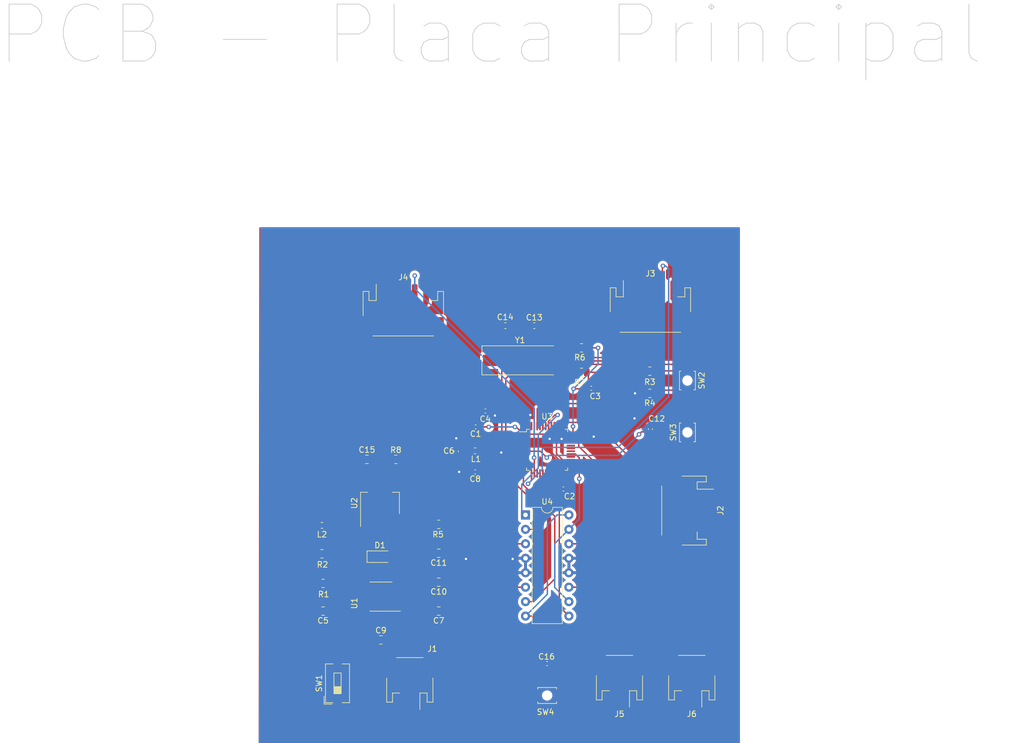
<source format=kicad_pcb>
(kicad_pcb (version 20211014) (generator pcbnew)
  (layers (0 "F.Cu" signal) (31 "B.Cu" signal) (34 "B.Paste" user) (35 "F.Paste" user) (36 "B.SilkS" user "B.Silkscreen") (37 "F.SilkS" user "F.Silkscreen") (38 "B.Mask" user) (39 "F.Mask" user) (44 "Edge.Cuts" user))
  (net 0 "")
  (net 1 "+3.3V")
  (net 2 "GND")
  (net 3 "+12V")
  (net 4 "Net-(C7-Pad2)")
  (net 5 "+3.3VA")
  (net 6 "Net-(C9-Pad1)")
  (net 7 "Net-(C9-Pad2)")
  (net 8 "+5V")
  (net 9 "Net-(C12-Pad1)")
  (net 10 "/RCC_OSC_In ")
  (net 11 "/RCC_OSC_Out")
  (net 12 "/Interruption_Rotation")
  (net 13 "Net-(J1-Pad1)")
  (net 14 "/SYS_JTMS_SWDIO")
  (net 15 "/SYS_JTMS_SWCLK")
  (net 16 "/SDA 1")
  (net 17 "/SCL 1")
  (net 18 "/INT_MPU6050_1")
  (net 19 "/INT_MPU6050_2")
  (net 20 "Net-(J5-Pad1)")
  (net 21 "Net-(J5-Pad2)")
  (net 22 "Net-(J6-Pad1)")
  (net 23 "Net-(J6-Pad2)")
  (net 24 "Net-(R1-Pad2)")
  (net 25 "Net-(R3-Pad2)")
  (net 26 "/BOOT_0")
  (net 30 "/DIR_ROT")
  (net 31 "/ESQ_ROT")
  (net 33 "/TIM3_PWM")
  (net 38 "/SCL 2")
  (net 39 "/SDA 2")
  (net 44 "/ESQ_ROT2")
  (net 45 "/DIR_ROT2")
  (net 53 "/TIM4_PWM")
  (footprint "Capacitor_SMD:C_0402_1005Metric" (layer "F.Cu") (at 140.2225 104.225 180)
    (fp_text reference "C8")
    (fp_text value "100n" hide)
  )
  (footprint "Capacitor_SMD:C_0402_1005Metric" (layer "F.Cu") (at 155.7025 107.225 180)
    (fp_text reference "C2")
    (fp_text value "100n" hide)
  )
  (footprint "Resistor_SMD:R_0805_2012Metric" (layer "F.Cu") (at 113.3025 118.625)
    (fp_text reference "R2")
    (fp_text value "274K" hide)
  )
  (footprint "Resistor_SMD:R_0805_2012Metric" (layer "F.Cu") (at 158.9025 82.425)
    (fp_text reference "R6")
    (fp_text value "4K7" hide)
  )
  (footprint "Resistor_SMD:R_0805_2012Metric" (layer "F.Cu") (at 113.5025 123.825)
    (fp_text reference "R1")
    (fp_text value "1M" hide)
  )
  (footprint "Resistor_SMD:R_0805_2012Metric" (layer "F.Cu") (at 133.8225 113.445)
    (fp_text reference "R5")
    (fp_text value "330" hide)
  )
  (footprint "Capacitor_SMD:C_0805_2012Metric" (layer "F.Cu") (at 123.6625 133.765)
    (fp_text reference "C9")
    (fp_text value "100n" hide)
  )
  (footprint "Resistor_SMD:R_0805_2012Metric" (layer "F.Cu") (at 158.9025 86.725)
    (fp_text reference "R7")
    (fp_text value "4k7" hide)
  )
  (footprint "Connector_JST:JST_PH_S2B-PH-SM4-TB_1x02-1MP_P2.00mm_Horizontal" (layer "F.Cu") (at 178.2625 140.985 180)
    (fp_text reference "J6")
    (fp_text value "Conn_01x02")
  )
  (footprint "Inductor_SMD:L_0603_1608Metric" (layer "F.Cu") (at 113.3025 113.625)
    (fp_text reference "L2")
    (fp_text value "220u" hide)
  )
  (footprint "Button_Switch_SMD:SW_DIP_SPSTx01_Slide_6.7x4.1mm_W6.73mm_P2.54mm_LowProfile_JPin" (layer "F.Cu") (at 116.0425 141.385 90)
    (fp_text reference "SW1")
    (fp_text value "SW_DPST_x2" hide)
  )
  (footprint "Capacitor_SMD:C_0805_2012Metric" (layer "F.Cu") (at 113.5025 128.685 180)
    (fp_text reference "C5")
    (fp_text value "100u" hide)
  )
  (footprint "Capacitor_SMD:C_0402_1005Metric" (layer "F.Cu") (at 136.9025 100.625 90)
    (fp_text reference "C6")
    (fp_text value "100n" hide)
  )
  (footprint "Button_Switch_SMD:SW_SPST_B3U-1000P-B" (layer "F.Cu") (at 177.5025 88.165 -90)
    (fp_text reference "SW2")
    (fp_text value "SW_BOOT")
  )
  (footprint "Capacitor_SMD:C_0805_2012Metric" (layer "F.Cu") (at 133.8225 128.685 180)
    (fp_text reference "C7")
    (fp_text value "100n" hide)
  )
  (footprint "Button_Switch_SMD:SW_SPST_B3U-1000P-B" (layer "F.Cu") (at 152.8625 143.525 180)
    (fp_text reference "SW4")
    (fp_text value "SW_RESET")
  )
  (footprint "Capacitor_SMD:C_0402_1005Metric" (layer "F.Cu") (at 171.0025 96.705 90)
    (fp_text reference "C12")
    (fp_text value "100nF" hide)
  )
  (footprint "Capacitor_SMD:C_0805_2012Metric" (layer "F.Cu") (at 121.21 102.025)
    (fp_text reference "C15")
    (fp_text value "10u")
  )
  (footprint "Diode_SMD:D_SMF" (layer "F.Cu") (at 123.5025 119.125)
    (fp_text reference "D1")
    (fp_text value "B220" hide)
  )
  (footprint "Capacitor_SMD:C_0402_1005Metric" (layer "F.Cu") (at 152.8625 137.925)
    (fp_text reference "C16")
    (fp_text value "100nF" hide)
  )
  (footprint "Package_SO:SOIC-8_3.9x4.9mm_P1.27mm" (layer "F.Cu") (at 123.6625 126.145 180)
    (fp_text reference "U1")
    (fp_text value "MAX5035BUSA" hide)
  )
  (footprint "Resistor_SMD:R_0805_2012Metric" (layer "F.Cu") (at 170.9025 90.425)
    (fp_text reference "R4")
    (fp_text value "10k" hide)
  )
  (footprint "Connector_JST:JST_PH_S2B-PH-SM4-TB_1x02-1MP_P2.00mm_Horizontal" (layer "F.Cu") (at 165.5625 140.985 180)
    (fp_text reference "J5")
    (fp_text value "Conn_01x02")
  )
  (footprint "Connector_JST:JST_PH_S5B-PH-SM4-TB_1x05-1MP_P2.00mm_Horizontal" (layer "F.Cu") (at 171.0025 75.175)
    (fp_text reference "J3")
    (fp_text value "Conn_01x05")
  )
  (footprint "Capacitor_SMD:C_0402_1005Metric" (layer "F.Cu") (at 160.6025 89.525)
    (fp_text reference "C3")
    (fp_text value "100n" hide)
  )
  (footprint "Connector_JST:JST_PH_S4B-PH-SM4-TB_1x04-1MP_P2.00mm_Horizontal" (layer "F.Cu") (at 177.5025 111.025 -90)
    (fp_text reference "J2")
    (fp_text value "Conn_01x04")
  )
  (footprint "Resistor_SMD:R_0805_2012Metric" (layer "F.Cu") (at 126.29 102.025)
    (fp_text reference "R8")
    (fp_text value "330")
  )
  (footprint "Capacitor_SMD:C_0402_1005Metric" (layer "F.Cu") (at 142.0225 93.525)
    (fp_text reference "C4")
    (fp_text value "100n" hide)
  )
  (footprint "Package_QFP:LQFP-48_7x7mm_P0.5mm" (layer "F.Cu") (at 152.8625 100.345)
    (fp_text reference "U3")
    (fp_text value "STM32F103C8Tx")
  )
  (footprint "Package_TO_SOT_SMD:SOT-223-3_TabPin2" (layer "F.Cu") (at 123.5025 109.725 90)
    (fp_text reference "U2")
    (fp_text value "LM1117-3.3")
  )
  (footprint "Package_DIP:DIP-16_W7.62mm" (layer "F.Cu") (at 149.0625 111.79)
    (fp_text reference "U4")
    (fp_text value "L293D")
  )
  (footprint "Capacitor_SMD:C_0603_1608Metric" (layer "F.Cu") (at 145.5225 78.525 180)
    (fp_text reference "C14")
    (fp_text value "20pF" hide)
  )
  (footprint "Resistor_SMD:R_0805_2012Metric" (layer "F.Cu") (at 170.9025 86.525)
    (fp_text reference "R3")
    (fp_text value "1K" hide)
  )
  (footprint "Capacitor_SMD:C_0402_1005Metric" (layer "F.Cu") (at 140.3025 96.325 180)
    (fp_text reference "C1")
    (fp_text value "10n" hide)
  )
  (footprint "Capacitor_SMD:C_0805_2012Metric" (layer "F.Cu") (at 133.8225 123.605 180)
    (fp_text reference "C10")
    (fp_text value "47u" hide)
  )
  (footprint "Inductor_SMD:L_0603_1608Metric" (layer "F.Cu") (at 140.2025 100.525)
    (fp_text reference "L1")
    (fp_text value "600R" hide)
  )
  (footprint "Connector_JST:JST_PH_S2B-PH-SM4-TB_1x02-1MP_P2.00mm_Horizontal" (layer "F.Cu") (at 128.7425 141.385 180)
    (fp_text reference "J1")
    (fp_text value "Screw_T_01x02" hide)
  )
  (footprint "Crystal:Crystal_SMD_HC49-SD" (layer "F.Cu") (at 148.1025 84.625)
    (fp_text reference "Y1")
    (fp_text value "8Mhz")
  )
  (footprint "Button_Switch_SMD:SW_SPST_B3U-1000P-B" (layer "F.Cu") (at 177.5025 97.285 90)
    (fp_text reference "SW3")
    (fp_text value "SW_RESET")
  )
  (footprint "Capacitor_SMD:C_0805_2012Metric" (layer "F.Cu") (at 133.8225 118.525 180)
    (fp_text reference "C11")
    (fp_text value "10u" hide)
  )
  (footprint "Connector_JST:JST_PH_S5B-PH-SM4-TB_1x05-1MP_P2.00mm_Horizontal" (layer "F.Cu") (at 127.6025 75.825)
    (fp_text reference "J4")
    (fp_text value "Conn_01x05")
  )
  (footprint "Capacitor_SMD:C_0603_1608Metric" (layer "F.Cu") (at 150.6025 78.525)
    (fp_text reference "C13")
    (fp_text value "20pF" hide)
  )
  (gr_text "PCB - Placa Principal " (at 146.7 27.4) (layer "Edge.Cuts") (effects (font (size 10 10))))
  (segment (start 123.5025 103.9) (end 123.5025 106.575) (width 0.25) (layer "F.Cu") (net 1))
  (segment (start 155.6125 102.135) (end 154.5025 101.025) (width 0.25) (layer "F.Cu") (net 1))
  (segment (start 138.835 101.105) (end 139.415 100.525) (width 0.25) (layer "F.Cu") (net 1))
  (segment (start 160.0225 89.625) (end 160.1225 89.525) (width 0.25) (layer "F.Cu") (net 1))
  (segment (start 122.5025 69.425) (end 122.5025 71.875) (width 0.25) (layer "F.Cu") (net 1))
  (segment (start 125.0025 66.925) (end 122.5025 69.425) (width 0.25) (layer "F.Cu") (net 1))
  (segment (start 140.7825 96.325) (end 140.7825 94.285) (width 0.25) (layer "F.Cu") (net 1))
  (segment (start 147.43 96.325) (end 148.7 97.595) (width 0.25) (layer "F.Cu") (net 1))
  (segment (start 148.7 97.595) (end 150.1125 96.1825) (width 0.25) (layer "F.Cu") (net 1))
  (segment (start 126.4025 101) (end 136.7975 101) (width 0.25) (layer "F.Cu") (net 1))
  (segment (start 155.6125 104.5075) (end 155.6125 102.135) (width 0.25) (layer "F.Cu") (net 1))
  (segment (start 136.9025 101.105) (end 138.835 101.105) (width 0.25) (layer "F.Cu") (net 1))
  (segment (start 136.894891 101.105) (end 136.9025 101.105) (width 0.25) (layer "F.Cu") (net 1))
  (segment (start 123.5025 103.3675) (end 123.5025 106.575) (width 0.25) (layer "F.Cu") (net 1))
  (segment (start 169.79 86.725) (end 169.99 86.525) (width 0.25) (layer "F.Cu") (net 1))
  (segment (start 139.415 100.525) (end 140.7825 99.1575) (width 0.25) (layer "F.Cu") (net 1))
  (segment (start 160.4025 84.125) (end 164.1025 84.125) (width 0.25) (layer "F.Cu") (net 1))
  (segment (start 122.5025 71.875) (end 123.6025 72.975) (width 0.25) (layer "F.Cu") (net 1))
  (segment (start 125.3775 102.025) (end 123.5025 103.9) (width 0.25) (layer "F.Cu") (net 1))
  (segment (start 159.815 83.5375) (end 160.4025 84.125) (width 0.25) (layer "F.Cu") (net 1))
  (segment (start 166.9625 72.375) (end 166.9625 67.685) (width 0.25) (layer "F.Cu") (net 1))
  (segment (start 157.4025 97.2175) (end 157.025 97.595) (width 0.25) (layer "F.Cu") (net 1))
  (segment (start 180.9425 107.435) (end 180.3525 108.025) (width 0.25) (layer "F.Cu") (net 1))
  (segment (start 157.025 97.595) (end 155.9325 97.595) (width 0.25) (layer "F.Cu") (net 1))
  (segment (start 160.1225 89.525) (end 160.1025 89.505) (width 0.25) (layer "F.Cu") (net 1))
  (segment (start 164.1025 84.125) (end 166.9625 81.265) (width 0.25) (layer "F.Cu") (net 1))
  (segment (start 147.2025 96.325) (end 147.43 96.325) (width 0.25) (layer "F.Cu") (net 1))
  (segment (start 166.9625 67.685) (end 166.2025 66.925) (width 0.25) (layer "F.Cu") (net 1))
  (segment (start 142.6025 96.325) (end 140.7825 96.325) (width 0.25) (layer "F.Cu") (net 1))
  (segment (start 123.5025 112.875) (end 123.5025 106.575) (width 0.25) (layer "F.Cu") (net 1))
  (segment (start 159.815 86.725) (end 169.79 86.725) (width 0.25) (layer "F.Cu") (net 1))
  (segment (start 180.9425 85.965) (end 180.9425 107.435) (width 0.25) (layer "F.Cu") (net 1))
  (segment (start 125.3775 102.025) (end 126.4025 101) (width 0.25) (layer "F.Cu") (net 1))
  (segment (start 136.7975 101) (end 136.9025 101.105) (width 0.25) (layer "F.Cu") (net 1))
  (segment (start 155.9325 97.595) (end 148.7 97.595) (width 0.25) (layer "F.Cu") (net 1))
  (segment (start 156.1825 105.0775) (end 156.1825 107.225) (width 0.25) (layer "F.Cu") (net 1))
  (segment (start 154.5025 101.025) (end 154.5025 97.595) (width 0.25) (layer "F.Cu") (net 1))
  (segment (start 122.16 102.025) (end 123.5025 103.3675) (width 0.25) (layer "F.Cu") (net 1))
  (segment (start 140.7825 94.285) (end 141.5425 93.525) (width 0.25) (layer "F.Cu") (net 1))
  (segment (start 160.1025 87.0125) (end 159.815 86.725) (width 0.25) (layer "F.Cu") (net 1))
  (segment (start 159.815 82.425) (end 161.8025 82.425) (width 0.25) (layer "F.Cu") (net 1))
  (segment (start 140.7825 99.1575) (end 140.7825 96.325) (width 0.25) (layer "F.Cu") (net 1))
  (segment (start 160.1025 89.505) (end 160.1025 87.0125) (width 0.25) (layer "F.Cu") (net 1))
  (segment (start 157.4025 96.2495) (end 157.4025 97.2175) (width 0.25) (layer "F.Cu") (net 1))
  (segment (start 166.2025 66.925) (end 125.0025 66.925) (width 0.25) (layer "F.Cu") (net 1))
  (segment (start 159.815 82.425) (end 159.815 83.5375) (width 0.25) (layer "F.Cu") (net 1))
  (segment (start 157.5025 89.625) (end 160.0225 89.625) (width 0.25) (layer "F.Cu") (net 1))
  (segment (start 180.3025 85.325) (end 180.9425 85.965) (width 0.25) (layer "F.Cu") (net 1))
  (segment (start 169.99 86.525) (end 171.19 85.325) (width 0.25) (layer "F.Cu") (net 1))
  (segment (start 155.6125 104.5075) (end 156.1825 105.0775) (width 0.25) (layer "F.Cu") (net 1))
  (segment (start 166.9625 81.265) (end 166.9625 72.375) (width 0.25) (layer "F.Cu") (net 1))
  (segment (start 171.19 85.325) (end 180.3025 85.325) (width 0.25) (layer "F.Cu") (net 1))
  (segment (start 154.5025 97.595) (end 155.9325 97.595) (width 0.25) (layer "F.Cu") (net 1))
  (via (at 157.5025 89.625) (size 0.8) (drill 0.4) (layers "F.Cu" "B.Cu") (net 1))
  (via (at 157.4025 96.2495) (size 0.8) (drill 0.4) (layers "F.Cu" "B.Cu") (net 1))
  (via (at 161.8025 82.425) (size 0.8) (drill 0.4) (layers "F.Cu" "B.Cu") (net 1))
  (via (at 147.2025 96.325) (size 0.8) (drill 0.4) (layers "F.Cu" "B.Cu") (net 1))
  (via (at 142.6025 96.325) (size 0.8) (drill 0.4) (layers "F.Cu" "B.Cu") (net 1))
  (segment (start 161.8025 85.325) (end 157.5025 89.625) (width 0.25) (layer "B.Cu") (net 1))
  (segment (start 147.2025 96.325) (end 142.6025 96.325) (width 0.25) (layer "B.Cu") (net 1))
  (segment (start 157.4025 96.2495) (end 157.4025 89.725) (width 0.25) (layer "B.Cu") (net 1))
  (segment (start 157.4025 89.725) (end 157.5025 89.625) (width 0.25) (layer "B.Cu") (net 1))
  (segment (start 161.8025 82.425) (end 161.8025 85.325) (width 0.25) (layer "B.Cu") (net 1))
  (segment (start 146.9175 119.41) (end 146.8025 119.525) (width 0.25) (layer "F.Cu") (net 2))
  (segment (start 149.0625 119.41) (end 146.9175 119.41) (width 0.25) (layer "F.Cu") (net 2))
  (segment (start 161.040201 98.025) (end 158.1025 98.025) (width 0.25) (layer "F.Cu") (net 2))
  (segment (start 155.1125 107.115) (end 155.2225 107.225) (width 0.25) (layer "F.Cu") (net 2))
  (segment (start 138.6025 119.525) (end 135.7725 119.525) (width 0.25) (layer "F.Cu") (net 2))
  (segment (start 139.7425 104.225) (end 137.4025 104.225) (width 0.25) (layer "F.Cu") (net 2))
  (segment (start 155.7325 98.095) (end 155.4025 98.425) (width 0.25) (layer "F.Cu") (net 2))
  (segment (start 168.2025 94.825) (end 169.6025 96.225) (width 0.25) (layer "F.Cu") (net 2))
  (segment (start 150.6125 96.1825) (end 150.6125 94.935) (width 0.25) (layer "F.Cu") (net 2))
  (segment (start 169.99 90.425) (end 168.3025 90.425) (width 0.25) (layer "F.Cu") (net 2))
  (segment (start 142.5025 93.525) (end 142.9025 93.525) (width 0.25) (layer "F.Cu") (net 2))
  (segment (start 155.1125 104.5075) (end 155.1125 102.271396) (width 0.25) (layer "F.Cu") (net 2))
  (segment (start 155.1125 104.5075) (end 155.1125 107.115) (width 0.25) (layer "F.Cu") (net 2))
  (segment (start 155.1125 102.271396) (end 153.3025 100.461396) (width 0.25) (layer "F.Cu") (net 2))
  (segment (start 135.7725 119.525) (end 134.7725 118.525) (width 0.25) (layer "F.Cu") (net 2))
  (segment (start 158.1025 98.025) (end 158.0325 98.095) (width 0.25) (layer "F.Cu") (net 2))
  (segment (start 142.9025 93.525) (end 143.7025 94.325) (width 0.25) (layer "F.Cu") (net 2))
  (segment (start 145.0725 101.095) (end 144.8025 100.825) (width 0.25) (layer "F.Cu") (net 2))
  (segment (start 148.7 101.095) (end 145.0725 101.095) (width 0.25) (layer "F.Cu") (net 2))
  (segment (start 150.6125 94.935) (end 149.9025 94.225) (width 0.25) (layer "F.Cu") (net 2))
  (segment (start 158.0325 98.095) (end 157.025 98.095) (width 0.25) (layer "F.Cu") (net 2))
  (segment (start 153.3025 100.461396) (end 153.3025 98.425) (width 0.25) (layer "F.Cu") (net 2))
  (segment (start 157.025 98.095) (end 155.7325 98.095) (width 0.25) (layer "F.Cu") (net 2))
  (segment (start 136.9025 98.325) (end 136.9025 100.145) (width 0.25) (layer "F.Cu") (net 2))
  (segment (start 169.6025 96.225) (end 171.0025 96.225) (width 0.25) (layer "F.Cu") (net 2))
  (via (at 144.8025 100.825) (size 0.8) (drill 0.4) (layers "F.Cu" "B.Cu") (net 2))
  (via (at 136.9025 98.325) (size 0.8) (drill 0.4) (layers "F.Cu" "B.Cu") (net 2))
  (via (at 146.8025 119.525) (size 0.8) (drill 0.4) (layers "F.Cu" "B.Cu") (net 2))
  (via (at 161.040201 98.025) (size 0.8) (drill 0.4) (layers "F.Cu" "B.Cu") (net 2))
  (via (at 149.9025 94.225) (size 0.8) (drill 0.4) (layers "F.Cu" "B.Cu") (net 2))
  (via (at 153.3025 98.425) (size 0.8) (drill 0.4) (layers "F.Cu" "B.Cu") (net 2))
  (via (at 137.4025 104.225) (size 0.8) (drill 0.4) (layers "F.Cu" "B.Cu") (net 2))
  (via (at 155.4025 98.425) (size 0.8) (drill 0.4) (layers "F.Cu" "B.Cu") (net 2))
  (via (at 143.7025 94.325) (size 0.8) (drill 0.4) (layers "F.Cu" "B.Cu") (net 2))
  (via (at 168.2025 94.825) (size 0.8) (drill 0.4) (layers "F.Cu" "B.Cu") (net 2))
  (via (at 138.6025 119.525) (size 0.8) (drill 0.4) (layers "F.Cu" "B.Cu") (net 2))
  (via (at 168.3025 90.425) (size 0.8) (drill 0.4) (layers "F.Cu" "B.Cu") (net 2))
  (segment (start 161.1025 97.962701) (end 161.040201 98.025) (width 0.25) (layer "B.Cu") (net 2))
  (segment (start 135.1025 101.925) (end 135.1025 98.725) (width 0.25) (layer "B.Cu") (net 2))
  (segment (start 168.2025 94.825) (end 163.578 94.825) (width 0.25) (layer "B.Cu") (net 2))
  (segment (start 135.1025 98.725) (end 135.5025 98.325) (width 0.25) (layer "B.Cu") (net 2))
  (segment (start 135.5025 98.325) (end 136.9025 98.325) (width 0.25) (layer "B.Cu") (net 2))
  (segment (start 161.1025 97.3005) (end 161.1025 97.962701) (width 0.25) (layer "B.Cu") (net 2))
  (segment (start 149.9025 94.225) (end 143.8025 94.225) (width 0.25) (layer "B.Cu") (net 2))
  (segment (start 144.8025 100.825) (end 142.3025 98.325) (width 0.25) (layer "B.Cu") (net 2))
  (segment (start 168.3025 94.725) (end 168.2025 94.825) (width 0.25) (layer "B.Cu") (net 2))
  (segment (start 143.8025 94.225) (end 143.7025 94.325) (width 0.25) (layer "B.Cu") (net 2))
  (segment (start 142.3025 98.325) (end 136.9025 98.325) (width 0.25) (layer "B.Cu") (net 2))
  (segment (start 137.4025 104.225) (end 135.1025 101.925) (width 0.25) (layer "B.Cu") (net 2))
  (segment (start 155.4025 98.425) (end 153.3025 98.425) (width 0.25) (layer "B.Cu") (net 2))
  (segment (start 163.578 94.825) (end 161.1025 97.3005) (width 0.25) (layer "B.Cu") (net 2))
  (segment (start 168.3025 90.425) (end 168.3025 94.725) (width 0.25) (layer "B.Cu") (net 2))
  (segment (start 146.8025 119.525) (end 138.6025 119.525) (width 0.25) (layer "B.Cu") (net 2))
  (segment (start 112.5525 128.685) (end 112.59 128.6475) (width 0.25) (layer "F.Cu") (net 3))
  (segment (start 114.4575 126.78) (end 112.5525 128.685) (width 0.25) (layer "F.Cu") (net 3))
  (segment (start 121.1875 126.78) (end 114.4575 126.78) (width 0.25) (layer "F.Cu") (net 3))
  (segment (start 116.0425 138.02) (end 116.0425 136.365) (width 0.25) (layer "F.Cu") (net 3))
  (segment (start 116.0425 136.365) (end 112.5025 132.825) (width 0.25) (layer "F.Cu") (net 3))
  (segment (start 112.5025 132.825) (end 112.5025 128.735) (width 0.25) (layer "F.Cu") (net 3))
  (segment (start 112.5025 128.735) (end 112.5525 128.685) (width 0.25) (layer "F.Cu") (net 3))
  (segment (start 112.59 128.6475) (end 112.59 123.825) (width 0.25) (layer "F.Cu") (net 3))
  (segment (start 130.9675 126.78) (end 126.1375 126.78) (width 0.25) (layer "F.Cu") (net 4))
  (segment (start 132.8725 128.685) (end 130.9675 126.78) (width 0.25) (layer "F.Cu") (net 4))
  (segment (start 140.99 100.525) (end 142.06 101.595) (width 0.25) (layer "F.Cu") (net 5))
  (segment (start 142.06 101.595) (end 148.7 101.595) (width 0.25) (layer "F.Cu") (net 5))
  (segment (start 140.99 103.9375) (end 140.7025 104.225) (width 0.25) (layer "F.Cu") (net 5))
  (segment (start 140.99 100.525) (end 140.99 103.9375) (width 0.25) (layer "F.Cu") (net 5))
  (segment (start 122.4875 127.94) (end 122.3775 128.05) (width 0.25) (layer "F.Cu") (net 6))
  (segment (start 122.3775 128.05) (end 121.1875 128.05) (width 0.25) (layer "F.Cu") (net 6))
  (segment (start 122.4875 119.56) (end 122.4875 127.94) (width 0.25) (layer "F.Cu") (net 6))
  (segment (start 122.7125 129.575) (end 122.7125 133.765) (width 0.25) (layer "F.Cu") (net 6))
  (segment (start 122.0525 119.125) (end 122.4875 119.56) (width 0.25) (layer "F.Cu") (net 6))
  (segment (start 118.015 119.125) (end 122.0525 119.125) (width 0.25) (layer "F.Cu") (net 6))
  (segment (start 112.515 113.625) (end 118.015 119.125) (width 0.25) (layer "F.Cu") (net 6))
  (segment (start 121.1875 128.05) (end 122.7125 129.575) (width 0.25) (layer "F.Cu") (net 6))
  (segment (start 126.1375 128.05) (end 126.1375 132.24) (width 0.25) (layer "F.Cu") (net 7))
  (segment (start 126.1375 132.24) (end 124.6125 133.765) (width 0.25) (layer "F.Cu") (net 7))
  (segment (start 132.2375 124.24) (end 132.8725 123.605) (width 0.25) (layer "F.Cu") (net 8))
  (segment (start 126.1375 124.24) (end 132.2375 124.24) (width 0.25) (layer "F.Cu") (net 8))
  (segment (start 164.635673 148.325) (end 146.9025 148.325) (width 0.25) (layer "F.Cu") (net 8))
  (segment (start 167.7025 145.258173) (end 164.635673 148.325) (width 0.25) (layer "F.Cu") (net 8))
  (segment (start 155.94887 135.325) (end 164.7025 135.325) (width 0.25) (layer "F.Cu") (net 8))
  (segment (start 164.7025 135.325) (end 167.7025 138.325) (width 0.25) (layer "F.Cu") (net 8))
  (segment (start 146.9025 148.325) (end 136.3025 137.725) (width 0.25) (layer "F.Cu") (net 8))
  (segment (start 132.8725 123.605) (end 132.8725 118.525) (width 0.25) (layer "F.Cu") (net 8))
  (segment (start 132.8725 113.4825) (end 132.91 113.445) (width 0.25) (layer "F.Cu") (net 8))
  (segment (start 132.34 112.875) (end 125.8025 112.875) (width 0.25) (layer "F.Cu") (net 8))
  (segment (start 136.3025 137.725) (end 136.3025 127.035) (width 0.25) (layer "F.Cu") (net 8))
  (segment (start 136.3025 127.035) (end 132.8725 123.605) (width 0.25) (layer "F.Cu") (net 8))
  (segment (start 124.9025 117.325) (end 125.8025 116.425) (width 0.25) (layer "F.Cu") (net 8))
  (segment (start 125.8025 116.425) (end 125.8025 112.875) (width 0.25) (layer "F.Cu") (net 8))
  (segment (start 132.91 113.445) (end 132.34 112.875) (width 0.25) (layer "F.Cu") (net 8))
  (segment (start 150.19387 129.57) (end 155.94887 135.325) (width 0.25) (layer "F.Cu") (net 8))
  (segment (start 114.09 113.625) (end 117.79 117.325) (width 0.25) (layer "F.Cu") (net 8))
  (segment (start 117.79 117.325) (end 124.9025 117.325) (width 0.25) (layer "F.Cu") (net 8))
  (segment (start 167.7025 138.325) (end 167.7025 145.258173) (width 0.25) (layer "F.Cu") (net 8))
  (segment (start 132.8725 118.525) (end 132.8725 113.4825) (width 0.25) (layer "F.Cu") (net 8))
  (segment (start 149.0625 129.57) (end 150.19387 129.57) (width 0.25) (layer "F.Cu") (net 8))
  (segment (start 152.9025 113.525) (end 154.6375 111.79) (width 0.25) (layer "B.Cu") (net 8))
  (segment (start 152.9025 125.73) (end 152.9025 113.525) (width 0.25) (layer "B.Cu") (net 8))
  (segment (start 149.0625 129.57) (end 152.9025 125.73) (width 0.25) (layer "B.Cu") (net 8))
  (segment (start 154.6375 111.79) (end 156.6825 111.79) (width 0.25) (layer "B.Cu") (net 8))
  (segment (start 171.0025 97.185) (end 172.8025 98.985) (width 0.25) (layer "F.Cu") (net 9))
  (segment (start 152.8025 101.725) (end 151.6725 100.595) (width 0.25) (layer "F.Cu") (net 9))
  (segment (start 171.0025 97.185) (end 169.4425 97.185) (width 0.25) (layer "F.Cu") (net 9))
  (segment (start 172.8025 98.985) (end 177.5025 98.985) (width 0.25) (layer "F.Cu") (net 9))
  (segment (start 151.6725 100.595) (end 148.7 100.595) (width 0.25) (layer "F.Cu") (net 9))
  (segment (start 169.4425 97.185) (end 169.0025 97.625) (width 0.25) (layer "F.Cu") (net 9))
  (via (at 152.8025 101.725) (size 0.8) (drill 0.4) (layers "F.Cu" "B.Cu") (net 9))
  (via (at 169.0025 97.625) (size 0.8) (drill 0.4) (layers "F.Cu" "B.Cu") (net 9))
  (segment (start 165.3025 101.325) (end 169.0025 97.625) (width 0.25) (layer "B.Cu") (net 9))
  (segment (start 152.8025 101.725) (end 153.2025 101.325) (width 0.25) (layer "B.Cu") (net 9))
  (segment (start 153.2025 101.325) (end 165.3025 101.325) (width 0.25) (layer "B.Cu") (net 9))
  (segment (start 148.7 99.595) (end 146.9725 99.595) (width 0.25) (layer "F.Cu") (net 10))
  (segment (start 148.8025 84.625) (end 152.3525 84.625) (width 0.25) (layer "F.Cu") (net 10))
  (segment (start 145.6025 98.225) (end 145.6025 87.825) (width 0.25) (layer "F.Cu") (net 10))
  (segment (start 145.6025 87.825) (end 148.8025 84.625) (width 0.25) (layer "F.Cu") (net 10))
  (segment (start 151.3775 78.525) (end 152.3525 79.5) (width 0.25) (layer "F.Cu") (net 10))
  (segment (start 146.9725 99.595) (end 145.6025 98.225) (width 0.25) (layer "F.Cu") (net 10))
  (segment (start 152.3525 79.5) (end 152.3525 84.625) (width 0.25) (layer "F.Cu") (net 10))
  (segment (start 144.9025 98.625) (end 146.3725 100.095) (width 0.25) (layer "F.Cu") (net 11))
  (segment (start 146.3725 100.095) (end 148.7 100.095) (width 0.25) (layer "F.Cu") (net 11))
  (segment (start 144.9025 85.675) (end 144.9025 98.625) (width 0.25) (layer "F.Cu") (net 11))
  (segment (start 143.8525 84.625) (end 144.9025 85.675) (width 0.25) (layer "F.Cu") (net 11))
  (segment (start 144.7475 78.525) (end 143.8525 79.42) (width 0.25) (layer "F.Cu") (net 11))
  (segment (start 143.8525 79.42) (end 143.8525 84.625) (width 0.25) (layer "F.Cu") (net 11))
  (segment (start 151.1625 139.145) (end 151.1625 143.525) (width 0.25) (layer "F.Cu") (net 12))
  (segment (start 152.3825 137.925) (end 150.5025 137.925) (width 0.25) (layer "F.Cu") (net 12))
  (segment (start 142.9025 103.825) (end 144.6325 102.095) (width 0.25) (layer "F.Cu") (net 12))
  (segment (start 152.3825 137.925) (end 151.1625 139.145) (width 0.25) (layer "F.Cu") (net 12))
  (segment (start 142.9025 130.325) (end 142.9025 103.825) (width 0.25) (layer "F.Cu") (net 12))
  (segment (start 144.6325 102.095) (end 148.7 102.095) (width 0.25) (layer "F.Cu") (net 12))
  (segment (start 150.5025 137.925) (end 142.9025 130.325) (width 0.25) (layer "F.Cu") (net 12))
  (segment (start 128.230673 146.31) (end 129.7425 144.798173) (width 0.25) (layer "F.Cu") (net 13))
  (segment (start 129.7425 144.798173) (end 129.7425 144.235) (width 0.25) (layer "F.Cu") (net 13))
  (segment (start 117.6025 146.31) (end 128.230673 146.31) (width 0.25) (layer "F.Cu") (net 13))
  (segment (start 116.0425 144.75) (end 117.6025 146.31) (width 0.25) (layer "F.Cu") (net 13))
  (segment (start 168.7025 110.025) (end 158.4025 99.725) (width 0.25) (layer "F.Cu") (net 14))
  (segment (start 158.4025 99.169315) (end 157.828185 98.595) (width 0.25) (layer "F.Cu") (net 14))
  (segment (start 158.4025 99.725) (end 158.4025 99.169315) (width 0.25) (layer "F.Cu") (net 14))
  (segment (start 180.3525 110.025) (end 168.7025 110.025) (width 0.25) (layer "F.Cu") (net 14))
  (segment (start 157.828185 98.595) (end 157.025 98.595) (width 0.25) (layer "F.Cu") (net 14))
  (segment (start 180.3525 112.025) (end 181.3025 112.025) (width 0.25) (layer "F.Cu") (net 15))
  (segment (start 182.6025 109.425) (end 182.2025 109.025) (width 0.25) (layer "F.Cu") (net 15))
  (segment (start 156.27 95.525) (end 155.6125 96.1825) (width 0.25) (layer "F.Cu") (net 15))
  (segment (start 182.6025 110.725) (end 182.6025 109.425) (width 0.25) (layer "F.Cu") (net 15))
  (segment (start 182.2025 109.025) (end 174.7025 109.025) (width 0.25) (layer "F.Cu") (net 15))
  (segment (start 174.7025 109.025) (end 161.2025 95.525) (width 0.25) (layer "F.Cu") (net 15))
  (segment (start 181.3025 112.025) (end 182.6025 110.725) (width 0.25) (layer "F.Cu") (net 15))
  (segment (start 161.2025 95.525) (end 156.27 95.525) (width 0.25) (layer "F.Cu") (net 15))
  (segment (start 123.2025 66.025) (end 120.4025 68.825) (width 0.25) (layer "F.Cu") (net 16))
  (segment (start 170.3025 78.825) (end 170.3025 77.925) (width 0.25) (layer "F.Cu") (net 16))
  (segment (start 156.7025 83.7125) (end 157.99 82.425) (width 0.25) (layer "F.Cu") (net 16))
  (segment (start 162.7025 84.725) (end 164.4025 84.725) (width 0.25) (layer "F.Cu") (net 16))
  (segment (start 151.1125 93.115) (end 156.7025 87.525) (width 0.25) (layer "F.Cu") (net 16))
  (segment (start 168.9625 76.585) (end 168.9625 72.375) (width 0.25) (layer "F.Cu") (net 16))
  (segment (start 168.0025 66.025) (end 123.2025 66.025) (width 0.25) (layer "F.Cu") (net 16))
  (segment (start 168.9625 72.375) (end 168.9625 66.985) (width 0.25) (layer "F.Cu") (net 16))
  (segment (start 164.5025 84.625) (end 170.3025 78.825) (width 0.25) (layer "F.Cu") (net 16))
  (segment (start 157.99 83.0125) (end 159.7025 84.725) (width 0.25) (layer "F.Cu") (net 16))
  (segment (start 124.1025 75.625) (end 125.6025 74.125) (width 0.25) (layer "F.Cu") (net 16))
  (segment (start 164.4025 84.725) (end 164.5025 84.625) (width 0.25) (layer "F.Cu") (net 16))
  (segment (start 120.4025 73.125) (end 122.9025 75.625) (width 0.25) (layer "F.Cu") (net 16))
  (segment (start 120.4025 68.825) (end 120.4025 73.125) (width 0.25) (layer "F.Cu") (net 16))
  (segment (start 170.3025 77.925) (end 168.9625 76.585) (width 0.25) (layer "F.Cu") (net 16))
  (segment (start 122.9025 75.625) (end 124.1025 75.625) (width 0.25) (layer "F.Cu") (net 16))
  (segment (start 156.7025 87.525) (end 156.7025 83.7125) (width 0.25) (layer "F.Cu") (net 16))
  (segment (start 168.9625 66.985) (end 168.0025 66.025) (width 0.25) (layer "F.Cu") (net 16))
  (segment (start 157.99 82.425) (end 157.99 83.0125) (width 0.25) (layer "F.Cu") (net 16))
  (segment (start 151.1125 96.1825) (end 151.1125 93.115) (width 0.25) (layer "F.Cu") (net 16))
  (segment (start 159.7025 84.725) (end 162.7025 84.725) (width 0.25) (layer "F.Cu") (net 16))
  (segment (start 125.6025 74.125) (end 125.6025 72.975) (width 0.25) (layer "F.Cu") (net 16))
  (segment (start 157.99 86.873896) (end 151.6125 93.251396) (width 0.25) (layer "F.Cu") (net 17))
  (segment (start 170.9625 78.965) (end 170.9625 72.375) (width 0.25) (layer "F.Cu") (net 17))
  (segment (start 157.99 86.725) (end 159.39 85.325) (width 0.25) (layer "F.Cu") (net 17))
  (segment (start 170.9625 71.348604) (end 171.0025 71.308604) (width 0.25) (layer "F.Cu") (net 17))
  (segment (start 123.2025 77.225) (end 123.7025 76.725) (width 0.25) (layer "F.Cu") (net 17))
  (segment (start 164.6025 85.325) (end 170.9625 78.965) (width 0.25) (layer "F.Cu") (net 17))
  (segment (start 125.438896 76.725) (end 127.6025 74.561396) (width 0.25) (layer "F.Cu") (net 17))
  (segment (start 119.0025 68.025) (end 119.0025 73.125) (width 0.25) (layer "F.Cu") (net 17))
  (segment (start 170.9625 72.375) (end 170.9625 71.348604) (width 0.25) (layer "F.Cu") (net 17))
  (segment (start 159.39 85.325) (end 164.6025 85.325) (width 0.25) (layer "F.Cu") (net 17))
  (segment (start 171.0025 67.025) (end 169.2025 65.225) (width 0.25) (layer "F.Cu") (net 17))
  (segment (start 157.99 86.725) (end 157.99 86.873896) (width 0.25) (layer "F.Cu") (net 17))
  (segment (start 169.2025 65.225) (end 121.8025 65.225) (width 0.25) (layer "F.Cu") (net 17))
  (segment (start 123.7025 76.725) (end 125.438896 76.725) (width 0.25) (layer "F.Cu") (net 17))
  (segment (start 127.6025 74.561396) (end 127.6025 72.975) (width 0.25) (layer "F.Cu") (net 17))
  (segment (start 171.0025 71.308604) (end 171.0025 67.025) (width 0.25) (layer "F.Cu") (net 17))
  (segment (start 123.1025 77.225) (end 123.2025 77.225) (width 0.25) (layer "F.Cu") (net 17))
  (segment (start 121.8025 65.225) (end 119.0025 68.025) (width 0.25) (layer "F.Cu") (net 17))
  (segment (start 119.0025 73.125) (end 123.1025 77.225) (width 0.25) (layer "F.Cu") (net 17))
  (segment (start 151.6125 93.251396) (end 151.6125 96.1825) (width 0.25) (layer "F.Cu") (net 17))
  (segment (start 173.2025 72.135) (end 172.9625 72.375) (width 0.25) (layer "F.Cu") (net 18))
  (segment (start 150.1125 104.5075) (end 150.1125 105.715) (width 0.25) (layer "F.Cu") (net 18))
  (segment (start 150.1125 105.715) (end 149.5025 106.325) (width 0.25) (layer "F.Cu") (net 18))
  (segment (start 173.1025 72.235) (end 172.9625 72.375) (width 0.25) (layer "F.Cu") (net 18))
  (segment (start 173.2025 68.025) (end 173.1025 68.125) (width 0.25) (layer "F.Cu") (net 18))
  (segment (start 173.1025 68.125) (end 173.1025 72.235) (width 0.25) (layer "F.Cu") (net 18))
  (via (at 149.5025 106.325) (size 0.8) (drill 0.4) (layers "F.Cu" "B.Cu") (net 18))
  (via (at 173.2025 68.025) (size 0.8) (drill 0.4) (layers "F.Cu" "B.Cu") (net 18))
  (segment (start 165.3025 99.925) (end 152.3025 99.925) (width 0.25) (layer "B.Cu") (net 18))
  (segment (start 174.2025 68.525) (end 174.2025 91.025) (width 0.25) (layer "B.Cu") (net 18))
  (segment (start 174.2025 91.025) (end 165.3025 99.925) (width 0.25) (layer "B.Cu") (net 18))
  (segment (start 173.7025 68.025) (end 174.2025 68.525) (width 0.25) (layer "B.Cu") (net 18))
  (segment (start 152.0025 100.225) (end 152.0025 103.825) (width 0.25) (layer "B.Cu") (net 18))
  (segment (start 152.0025 103.825) (end 149.5025 106.325) (width 0.25) (layer "B.Cu") (net 18))
  (segment (start 152.3025 99.925) (end 152.0025 100.225) (width 0.25) (layer "B.Cu") (net 18))
  (segment (start 173.2025 68.025) (end 173.7025 68.025) (width 0.25) (layer "B.Cu") (net 18))
  (segment (start 150.6125 101.7595) (end 150.6125 104.5075) (width 0.25) (layer "F.Cu") (net 19))
  (segment (start 150.578 101.725) (end 150.6125 101.7595) (width 0.25) (layer "F.Cu") (net 19))
  (segment (start 129.6025 69.725) (end 129.6025 72.975) (width 0.25) (layer "F.Cu") (net 19))
  (via (at 129.6025 69.725) (size 0.8) (drill 0.4) (layers "F.Cu" "B.Cu") (net 19))
  (via (at 150.578 101.725) (size 0.8) (drill 0.4) (layers "F.Cu" "B.Cu") (net 19))
  (segment (start 150.578 94.574805) (end 150.6275 94.525305) (width 0.25) (layer "B.Cu") (net 19))
  (segment (start 129.6025 72.025) (end 129.6025 69.725) (width 0.25) (layer "B.Cu") (net 19))
  (segment (start 150.578 101.725) (end 150.578 94.574805) (width 0.25) (layer "B.Cu") (net 19))
  (segment (start 150.6275 94.525305) (end 150.6275 93.05) (width 0.25) (layer "B.Cu") (net 19))
  (segment (start 150.6275 93.05) (end 129.6025 72.025) (width 0.25) (layer "B.Cu") (net 19))
  (segment (start 153.8025 136.325) (end 164.3025 146.825) (width 0.25) (layer "F.Cu") (net 20))
  (segment (start 164.9025 146.825) (end 166.5625 145.165) (width 0.25) (layer "F.Cu") (net 20))
  (segment (start 164.3025 146.825) (end 164.9025 146.825) (width 0.25) (layer "F.Cu") (net 20))
  (segment (start 166.5625 145.165) (end 166.5625 143.835) (width 0.25) (layer "F.Cu") (net 20))
  (segment (start 145.5025 118.525) (end 145.5025 131.725) (width 0.25) (layer "F.Cu") (net 20))
  (segment (start 149.0625 116.87) (end 147.1575 116.87) (width 0.25) (layer "F.Cu") (net 20))
  (segment (start 145.5025 131.725) (end 150.1025 136.325) (width 0.25) (layer "F.Cu") (net 20))
  (segment (start 150.1025 136.325) (end 153.8025 136.325) (width 0.25) (layer "F.Cu") (net 20))
  (segment (start 147.1575 116.87) (end 145.5025 118.525) (width 0.25) (layer "F.Cu") (net 20))
  (segment (start 147.5025 131.725) (end 146.6025 130.825) (width 0.25) (layer "F.Cu") (net 21))
  (segment (start 146.6025 130.825) (end 146.6025 125.125) (width 0.25) (layer "F.Cu") (net 21))
  (segment (start 164.5625 143.835) (end 163.5125 143.835) (width 0.25) (layer "F.Cu") (net 21))
  (segment (start 163.5125 143.835) (end 151.4025 131.725) (width 0.25) (layer "F.Cu") (net 21))
  (segment (start 147.2375 124.49) (end 149.0625 124.49) (width 0.25) (layer "F.Cu") (net 21))
  (segment (start 146.6025 125.125) (end 147.2375 124.49) (width 0.25) (layer "F.Cu") (net 21))
  (segment (start 151.4025 131.725) (end 147.5025 131.725) (width 0.25) (layer "F.Cu") (net 21))
  (segment (start 163.6675 124.49) (end 156.6825 124.49) (width 0.25) (layer "F.Cu") (net 22))
  (segment (start 179.2625 144.398173) (end 179.3025 144.438173) (width 0.25) (layer "F.Cu") (net 22))
  (segment (start 170.6025 131.425) (end 163.6675 124.49) (width 0.25) (layer "F.Cu") (net 22))
  (segment (start 179.2625 143.835) (end 179.2625 144.398173) (width 0.25) (layer "F.Cu") (net 22))
  (segment (start 170.6025 142.425) (end 170.6025 131.425) (width 0.25) (layer "F.Cu") (net 22))
  (segment (start 178.6025 148.025) (end 176.2025 148.025) (width 0.25) (layer "F.Cu") (net 22))
  (segment (start 176.2025 148.025) (end 170.6025 142.425) (width 0.25) (layer "F.Cu") (net 22))
  (segment (start 179.3025 144.438173) (end 179.3025 147.325) (width 0.25) (layer "F.Cu") (net 22))
  (segment (start 179.3025 147.325) (end 178.6025 148.025) (width 0.25) (layer "F.Cu") (net 22))
  (segment (start 158.083896 116.87) (end 156.6825 116.87) (width 0.25) (layer "F.Cu") (net 23))
  (segment (start 177.2625 143.835) (end 177.2625 136.048604) (width 0.25) (layer "F.Cu") (net 23))
  (segment (start 177.2625 136.048604) (end 158.083896 116.87) (width 0.25) (layer "F.Cu") (net 23))
  (segment (start 114.83 124.24) (end 121.1875 124.24) (width 0.25) (layer "F.Cu") (net 24))
  (segment (start 112.39 118.625) (end 112.39 121.8) (width 0.25) (layer "F.Cu") (net 24))
  (segment (start 112.39 121.8) (end 114.415 123.825) (width 0.25) (layer "F.Cu") (net 24))
  (segment (start 114.415 123.825) (end 114.83 124.24) (width 0.25) (layer "F.Cu") (net 24))
  (segment (start 177.5025 86.465) (end 171.875 86.465) (width 0.25) (layer "F.Cu") (net 25))
  (segment (start 171.875 86.465) (end 171.815 86.525) (width 0.25) (layer "F.Cu") (net 25))
  (segment (start 152.1025 95.325) (end 152.0875 95.34) (width 0.25) (layer "F.Cu") (net 26))
  (segment (start 153.5025 92.225) (end 152.1025 93.625) (width 0.25) (layer "F.Cu") (net 26))
  (segment (start 152.0875 95.34) (end 152.0875 96.225) (width 0.25) (layer "F.Cu") (net 26))
  (segment (start 152.1025 93.625) (end 152.1025 95.325) (width 0.25) (layer "F.Cu") (net 26))
  (segment (start 171.815 90.425) (end 172.375 89.865) (width 0.25) (layer "F.Cu") (net 26))
  (segment (start 171.815 90.425) (end 170.015 92.225) (width 0.25) (layer "F.Cu") (net 26))
  (segment (start 170.015 92.225) (end 153.5025 92.225) (width 0.25) (layer "F.Cu") (net 26))
  (segment (start 172.375 89.865) (end 177.5025 89.865) (width 0.25) (layer "F.Cu") (net 26))
  (segment (start 146.8025 105.825) (end 152.2025 111.225) (width 0.25) (layer "F.Cu") (net 30))
  (segment (start 146.8025 102.925) (end 146.8025 105.825) (width 0.25) (layer "F.Cu") (net 30))
  (segment (start 148.7 102.595) (end 147.1325 102.595) (width 0.25) (layer "F.Cu") (net 30))
  (segment (start 147.1325 102.595) (end 146.8025 102.925) (width 0.25) (layer "F.Cu") (net 30))
  (segment (start 152.2025 113.525) (end 151.3975 114.33) (width 0.25) (layer "F.Cu") (net 30))
  (segment (start 152.2025 111.225) (end 152.2025 113.525) (width 0.25) (layer "F.Cu") (net 30))
  (segment (start 151.3975 114.33) (end 149.0625 114.33) (width 0.25) (layer "F.Cu") (net 30))
  (segment (start 148.7 106.547805) (end 149.202195 107.05) (width 0.25) (layer "F.Cu") (net 31))
  (segment (start 154.2025 123.025) (end 150.1975 127.03) (width 0.25) (layer "F.Cu") (net 31))
  (segment (start 148.7 103.095) (end 148.7 106.547805) (width 0.25) (layer "F.Cu") (net 31))
  (segment (start 150.1975 127.03) (end 149.0625 127.03) (width 0.25) (layer "F.Cu") (net 31))
  (segment (start 149.2275 107.05) (end 154.2025 112.025) (width 0.25) (layer "F.Cu") (net 31))
  (segment (start 154.2025 112.025) (end 154.2025 123.025) (width 0.25) (layer "F.Cu") (net 31))
  (segment (start 149.202195 107.05) (end 149.2275 107.05) (width 0.25) (layer "F.Cu") (net 31))
  (segment (start 155.0025 127.89) (end 155.0025 109.625) (width 0.25) (layer "F.Cu") (net 33))
  (segment (start 151.5875 106.21) (end 151.5875 105.004315) (width 0.25) (layer "F.Cu") (net 33))
  (segment (start 156.6825 129.57) (end 155.0025 127.89) (width 0.25) (layer "F.Cu") (net 33))
  (segment (start 155.0025 109.625) (end 151.5875 106.21) (width 0.25) (layer "F.Cu") (net 33))
  (segment (start 158.5025 105.425) (end 158.5025 101.769315) (width 0.25) (layer "F.Cu") (net 44))
  (segment (start 157.828185 101.095) (end 157.025 101.095) (width 0.25) (layer "F.Cu") (net 44))
  (segment (start 158.5025 101.769315) (end 157.828185 101.095) (width 0.25) (layer "F.Cu") (net 44))
  (via (at 158.5025 105.425) (size 0.8) (drill 0.4) (layers "F.Cu" "B.Cu") (net 44))
  (segment (start 154.1875 116.825) (end 154.1875 124.535) (width 0.25) (layer "B.Cu") (net 44))
  (segment (start 156.6825 114.33) (end 154.1875 116.825) (width 0.25) (layer "B.Cu") (net 44))
  (segment (start 156.6825 114.33) (end 158.5025 112.51) (width 0.25) (layer "B.Cu") (net 44))
  (segment (start 158.5025 112.51) (end 158.5025 105.425) (width 0.25) (layer "B.Cu") (net 44))
  (segment (start 154.1875 124.535) (end 156.6825 127.03) (width 0.25) (layer "B.Cu") (net 44))
  (segment (start 154.7025 94.225) (end 154.216815 94.225) (width 0.25) (layer "F.Cu") (net 53))
  (segment (start 153.0875 96.1575) (end 153.1125 96.1825) (width 0.25) (layer "F.Cu") (net 53))
  (segment (start 154.216815 94.225) (end 153.0875 95.354315) (width 0.25) (layer "F.Cu") (net 53))
  (segment (start 153.0875 95.354315) (end 153.0875 96.1575) (width 0.25) (layer "F.Cu") (net 53))
  (via (at 154.7025 94.225) (size 0.8) (drill 0.4) (layers "F.Cu" "B.Cu") (net 53))
  (segment (start 151.3025 97.625) (end 154.7025 94.225) (width 0.25) (layer "B.Cu") (net 53))
  (segment (start 151.3025 103.525) (end 151.3025 97.625) (width 0.25) (layer "B.Cu") (net 53))
  (segment (start 149.0625 111.79) (end 148.4025 111.13) (width 0.25) (layer "B.Cu") (net 53))
  (segment (start 150.677195 104.125) (end 150.7025 104.125) (width 0.25) (layer "B.Cu") (net 53))
  (segment (start 150.7025 104.125) (end 151.3025 103.525) (width 0.25) (layer "B.Cu") (net 53))
  (segment (start 148.4025 111.13) (end 148.4025 106.399695) (width 0.25) (layer "B.Cu") (net 53))
  (segment (start 148.4025 106.399695) (end 150.677195 104.125) (width 0.25) (layer "B.Cu") (net 53))
  (zone (net 2) (net_name "GND") (layer "F.Cu") (connect_pads (clearance 0.508)) (min_thickness 0.254) (fill yes (thermal_gap 0.508) (thermal_bridge_width 0.508))
    (polygon (pts (xy 186.7025 151.925) (xy 102.2025 151.925) (xy 102.3025 61.225) (xy 186.7025 61.225)))
  )
  (zone (net 2) (net_name "GND") (layer "B.Cu") (connect_pads (clearance 0.508)) (min_thickness 0.254) (fill yes (thermal_gap 0.508) (thermal_bridge_width 0.508))
    (polygon (pts (xy 186.7025 151.925) (xy 102.2025 151.925) (xy 102.5025 61.225) (xy 186.7025 61.225)))
  )
)
</source>
